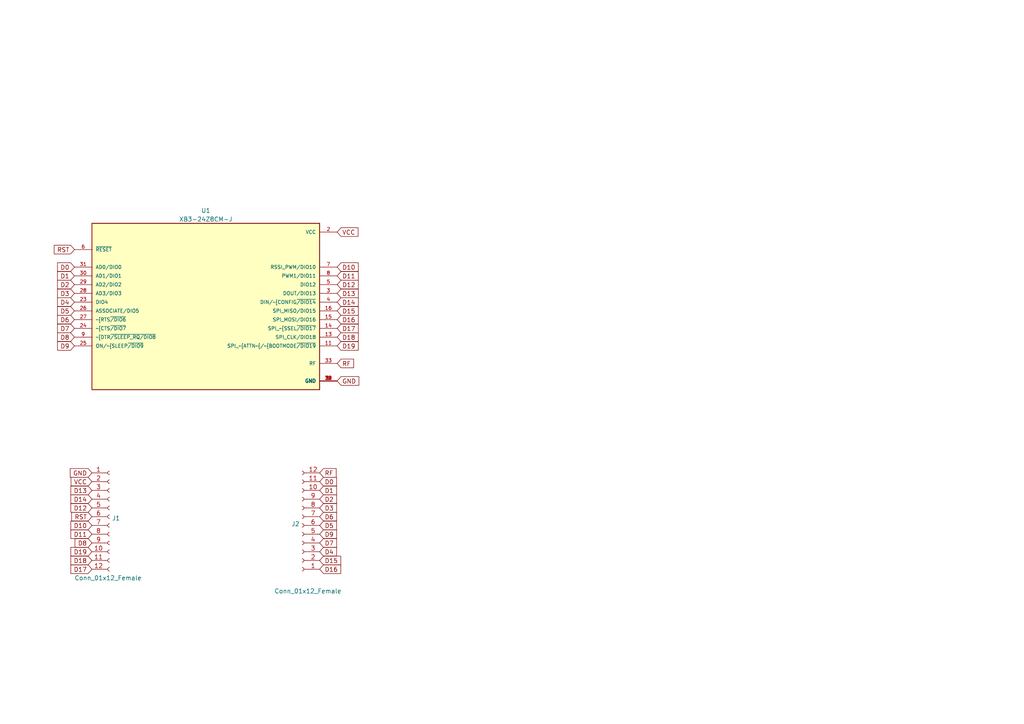
<source format=kicad_sch>
(kicad_sch (version 20211123) (generator eeschema)
  (paper "A4")
  (lib_symbols
    (symbol "Connector:Conn_01x12_Female" (pin_names (offset 1.016) hide)
      (property "Reference" "J" (at 0 15.24 0))
      (property "Value" "Conn_01x12_Female" (at 0 -17.78 0))
      (symbol "Conn_01x12_Female_1_1"
        (arc (start 0 -14.732) (mid -0.508 -15.24) (end 0 -15.748) (stroke (width 0.1524)))
        (arc (start 0 -12.192) (mid -0.508 -12.7) (end 0 -13.208) (stroke (width 0.1524)))
        (arc (start 0 -9.652) (mid -0.508 -10.16) (end 0 -10.668) (stroke (width 0.1524)))
        (arc (start 0 -7.112) (mid -0.508 -7.62) (end 0 -8.128) (stroke (width 0.1524)))
        (arc (start 0 -4.572) (mid -0.508 -5.08) (end 0 -5.588) (stroke (width 0.1524)))
        (arc (start 0 -2.032) (mid -0.508 -2.54) (end 0 -3.048) (stroke (width 0.1524)))
        (polyline (pts (xy -1.27 -15.24) (xy -0.508 -15.24)) (stroke (width 0.1524)))
        (polyline (pts (xy -1.27 -12.7) (xy -0.508 -12.7)) (stroke (width 0.1524)))
        (polyline (pts (xy -1.27 -10.16) (xy -0.508 -10.16)) (stroke (width 0.1524)))
        (polyline (pts (xy -1.27 -7.62) (xy -0.508 -7.62)) (stroke (width 0.1524)))
        (polyline (pts (xy -1.27 -5.08) (xy -0.508 -5.08)) (stroke (width 0.1524)))
        (polyline (pts (xy -1.27 -2.54) (xy -0.508 -2.54)) (stroke (width 0.1524)))
        (polyline (pts (xy -1.27 0) (xy -0.508 0)) (stroke (width 0.1524)))
        (polyline (pts (xy -1.27 2.54) (xy -0.508 2.54)) (stroke (width 0.1524)))
        (polyline (pts (xy -1.27 5.08) (xy -0.508 5.08)) (stroke (width 0.1524)))
        (polyline (pts (xy -1.27 7.62) (xy -0.508 7.62)) (stroke (width 0.1524)))
        (polyline (pts (xy -1.27 10.16) (xy -0.508 10.16)) (stroke (width 0.1524)))
        (polyline (pts (xy -1.27 12.7) (xy -0.508 12.7)) (stroke (width 0.1524)))
        (arc (start 0 0.508) (mid -0.508 0) (end 0 -0.508) (stroke (width 0.1524)))
        (arc (start 0 3.048) (mid -0.508 2.54) (end 0 2.032) (stroke (width 0.1524)))
        (arc (start 0 5.588) (mid -0.508 5.08) (end 0 4.572) (stroke (width 0.1524)))
        (arc (start 0 8.128) (mid -0.508 7.62) (end 0 7.112) (stroke (width 0.1524)))
        (arc (start 0 10.668) (mid -0.508 10.16) (end 0 9.652) (stroke (width 0.1524)))
        (arc (start 0 13.208) (mid -0.508 12.7) (end 0 12.192) (stroke (width 0.1524)))
        (pin passive line (at -5.08 12.7 0) (length 3.81) (name "Pin_1") (number "1"))
        (pin passive line (at -5.08 -10.16 0) (length 3.81) (name "Pin_10") (number "10"))
        (pin passive line (at -5.08 -12.7 0) (length 3.81) (name "Pin_11") (number "11"))
        (pin passive line (at -5.08 -15.24 0) (length 3.81) (name "Pin_12") (number "12"))
        (pin passive line (at -5.08 10.16 0) (length 3.81) (name "Pin_2") (number "2"))
        (pin passive line (at -5.08 7.62 0) (length 3.81) (name "Pin_3") (number "3"))
        (pin passive line (at -5.08 5.08 0) (length 3.81) (name "Pin_4") (number "4"))
        (pin passive line (at -5.08 2.54 0) (length 3.81) (name "Pin_5") (number "5"))
        (pin passive line (at -5.08 0 0) (length 3.81) (name "Pin_6") (number "6"))
        (pin passive line (at -5.08 -2.54 0) (length 3.81) (name "Pin_7") (number "7"))
        (pin passive line (at -5.08 -5.08 0) (length 3.81) (name "Pin_8") (number "8"))
        (pin passive line (at -5.08 -7.62 0) (length 3.81) (name "Pin_9") (number "9"))
      )
    )
    (symbol "Library:XB3-24Z8CM-J" (pin_names (offset 1.016))
      (property "Reference" "U" (at -33.02 26.035 0))
      (property "Value" "XB3-24Z8CM-J" (at -33.02 -25.4 0))
      (symbol "XB3-24Z8CM-J_0_0"
        (rectangle (start -33.02 -22.86) (end 33.02 25.4) (stroke (width 0.254)) (fill (type background)))
        (pin power_in line (at 38.1 -20.32 180) (length 5.08) (name "GND") (number "1"))
        (pin power_in line (at 38.1 -20.32 180) (length 5.08) (name "GND") (number "10"))
        (pin bidirectional line (at 38.1 -10.16 180) (length 5.08) (name "SPI_~{ATTN~{/~{BOOTMODE~{/DIO19}") (number "11"))
        (pin power_in line (at 38.1 -20.32 180) (length 5.08) (name "GND") (number "12"))
        (pin bidirectional line (at 38.1 -7.62 180) (length 5.08) (name "SPI_CLK/DIO18") (number "13"))
        (pin bidirectional line (at 38.1 -5.08 180) (length 5.08) (name "SPI_~{SSEL~{/DIO17}") (number "14"))
        (pin bidirectional line (at 38.1 -2.54 180) (length 5.08) (name "SPI_MOSI/DIO16") (number "15"))
        (pin bidirectional line (at 38.1 0 180) (length 5.08) (name "SPI_MISO/DIO15") (number "16"))
        (pin power_in line (at 38.1 22.86 180) (length 5.08) (name "VCC") (number "2"))
        (pin power_in line (at 38.1 -20.32 180) (length 5.08) (name "GND") (number "21"))
        (pin bidirectional line (at -38.1 2.54 0) (length 5.08) (name "DIO4") (number "23"))
        (pin bidirectional line (at -38.1 -5.08 0) (length 5.08) (name "~{CTS~{/DIO7}") (number "24"))
        (pin bidirectional line (at -38.1 -10.16 0) (length 5.08) (name "ON/~{SLEEP~{/DIO9}") (number "25"))
        (pin bidirectional line (at -38.1 0 0) (length 5.08) (name "ASSOCIATE/DIO5") (number "26"))
        (pin bidirectional line (at -38.1 -2.54 0) (length 5.08) (name "~{RTS~{/DIO6}") (number "27"))
        (pin bidirectional line (at -38.1 5.08 0) (length 5.08) (name "AD3/DIO3") (number "28"))
        (pin bidirectional line (at -38.1 7.62 0) (length 5.08) (name "AD2/DIO2") (number "29"))
        (pin bidirectional line (at 38.1 5.08 180) (length 5.08) (name "DOUT/DIO13") (number "3"))
        (pin bidirectional line (at -38.1 10.16 0) (length 5.08) (name "AD1/DIO1") (number "30"))
        (pin bidirectional line (at -38.1 12.7 0) (length 5.08) (name "AD0/DIO0") (number "31"))
        (pin power_in line (at 38.1 -20.32 180) (length 5.08) (name "GND") (number "32"))
        (pin bidirectional line (at 38.1 -15.24 180) (length 5.08) (name "RF") (number "33"))
        (pin power_in line (at 38.1 -20.32 180) (length 5.08) (name "GND") (number "34"))
        (pin bidirectional line (at 38.1 2.54 180) (length 5.08) (name "DIN/~{CONFIG~{/DIO14}") (number "4"))
        (pin bidirectional line (at 38.1 7.62 180) (length 5.08) (name "DIO12") (number "5"))
        (pin input line (at -38.1 17.78 0) (length 5.08) (name "~{RESET}") (number "6"))
        (pin bidirectional line (at 38.1 12.7 180) (length 5.08) (name "RSSI_PWM/DIO10") (number "7"))
        (pin bidirectional line (at 38.1 10.16 180) (length 5.08) (name "PWM1/DIO11") (number "8"))
        (pin bidirectional line (at -38.1 -7.62 0) (length 5.08) (name "~{DTR~{/SLEEP_RQ/DIO8}") (number "9"))
      )
    )
  )
  (global_label "GND" (shape input) (at 97.79 110.49 0) (property "Intersheet References" "${INTERSHEET_REFS}" (effects hide)))
  (global_label "D12" (shape input) (at 97.79 82.55 0) (property "Intersheet References" "${INTERSHEET_REFS}" (effects hide)))
  (global_label "D10" (shape input) (at 26.67 152.4 180) (property "Intersheet References" "${INTERSHEET_REFS}" (effects hide)))
  (global_label "D4" (shape input) (at 21.59 87.63 180) (property "Intersheet References" "${INTERSHEET_REFS}" (effects hide)))
  (global_label "D11" (shape input) (at 26.67 154.94 180) (property "Intersheet References" "${INTERSHEET_REFS}" (effects hide)))
  (global_label "D19" (shape input) (at 97.79 100.33 0) (property "Intersheet References" "${INTERSHEET_REFS}" (effects hide)))
  (global_label "D4" (shape input) (at 92.71 160.02 0) (property "Intersheet References" "${INTERSHEET_REFS}" (effects hide)))
  (global_label "D9" (shape input) (at 21.59 100.33 180) (property "Intersheet References" "${INTERSHEET_REFS}" (effects hide)))
  (global_label "RST" (shape input) (at 26.67 149.86 180) (property "Intersheet References" "${INTERSHEET_REFS}" (effects hide)))
  (global_label "D1" (shape input) (at 92.71 142.24 0) (property "Intersheet References" "${INTERSHEET_REFS}" (effects hide)))
  (global_label "D18" (shape input) (at 97.79 97.79 0) (property "Intersheet References" "${INTERSHEET_REFS}" (effects hide)))
  (global_label "GND" (shape input) (at 26.67 137.16 180) (property "Intersheet References" "${INTERSHEET_REFS}" (effects hide)))
  (global_label "D16" (shape input) (at 92.71 165.1 0) (property "Intersheet References" "${INTERSHEET_REFS}" (effects hide)))
  (global_label "D17" (shape input) (at 26.67 165.1 180) (property "Intersheet References" "${INTERSHEET_REFS}" (effects hide)))
  (global_label "D16" (shape input) (at 97.79 92.71 0) (property "Intersheet References" "${INTERSHEET_REFS}" (effects hide)))
  (global_label "D3" (shape input) (at 92.71 147.32 0) (property "Intersheet References" "${INTERSHEET_REFS}" (effects hide)))
  (global_label "D7" (shape input) (at 21.59 95.25 180) (property "Intersheet References" "${INTERSHEET_REFS}" (effects hide)))
  (global_label "D0" (shape input) (at 21.59 77.47 180) (property "Intersheet References" "${INTERSHEET_REFS}" (effects hide)))
  (global_label "D8" (shape input) (at 21.59 97.79 180) (property "Intersheet References" "${INTERSHEET_REFS}" (effects hide)))
  (global_label "D0" (shape input) (at 92.71 139.7 0) (property "Intersheet References" "${INTERSHEET_REFS}" (effects hide)))
  (global_label "D7" (shape input) (at 92.71 157.48 0) (property "Intersheet References" "${INTERSHEET_REFS}" (effects hide)))
  (global_label "D8" (shape input) (at 26.67 157.48 180) (property "Intersheet References" "${INTERSHEET_REFS}" (effects hide)))
  (global_label "D6" (shape input) (at 92.71 149.86 0) (property "Intersheet References" "${INTERSHEET_REFS}" (effects hide)))
  (global_label "D3" (shape input) (at 21.59 85.09 180) (property "Intersheet References" "${INTERSHEET_REFS}" (effects hide)))
  (global_label "D10" (shape input) (at 97.79 77.47 0) (property "Intersheet References" "${INTERSHEET_REFS}" (effects hide)))
  (global_label "D14" (shape input) (at 26.67 144.78 180) (property "Intersheet References" "${INTERSHEET_REFS}" (effects hide)))
  (global_label "VCC" (shape input) (at 97.79 67.31 0) (property "Intersheet References" "${INTERSHEET_REFS}" (effects hide)))
  (global_label "D13" (shape input) (at 26.67 142.24 180) (property "Intersheet References" "${INTERSHEET_REFS}" (effects hide)))
  (global_label "D2" (shape input) (at 21.59 82.55 180) (property "Intersheet References" "${INTERSHEET_REFS}" (effects hide)))
  (global_label "D12" (shape input) (at 26.67 147.32 180) (property "Intersheet References" "${INTERSHEET_REFS}" (effects hide)))
  (global_label "D6" (shape input) (at 21.59 92.71 180) (property "Intersheet References" "${INTERSHEET_REFS}" (effects hide)))
  (global_label "D15" (shape input) (at 97.79 90.17 0) (property "Intersheet References" "${INTERSHEET_REFS}" (effects hide)))
  (global_label "D18" (shape input) (at 26.67 162.56 180) (property "Intersheet References" "${INTERSHEET_REFS}" (effects hide)))
  (global_label "RF" (shape input) (at 97.79 105.41 0) (property "Intersheet References" "${INTERSHEET_REFS}" (effects hide)))
  (global_label "D17" (shape input) (at 97.79 95.25 0) (property "Intersheet References" "${INTERSHEET_REFS}" (effects hide)))
  (global_label "RF" (shape input) (at 92.71 137.16 0) (property "Intersheet References" "${INTERSHEET_REFS}" (effects hide)))
  (global_label "RST" (shape input) (at 21.59 72.39 180) (property "Intersheet References" "${INTERSHEET_REFS}" (effects hide)))
  (global_label "D14" (shape input) (at 97.79 87.63 0) (property "Intersheet References" "${INTERSHEET_REFS}" (effects hide)))
  (global_label "D19" (shape input) (at 26.67 160.02 180) (property "Intersheet References" "${INTERSHEET_REFS}" (effects hide)))
  (global_label "D11" (shape input) (at 97.79 80.01 0) (property "Intersheet References" "${INTERSHEET_REFS}" (effects hide)))
  (global_label "D15" (shape input) (at 92.71 162.56 0) (property "Intersheet References" "${INTERSHEET_REFS}" (effects hide)))
  (global_label "D13" (shape input) (at 97.79 85.09 0) (property "Intersheet References" "${INTERSHEET_REFS}" (effects hide)))
  (global_label "D2" (shape input) (at 92.71 144.78 0) (property "Intersheet References" "${INTERSHEET_REFS}" (effects hide)))
  (global_label "D5" (shape input) (at 92.71 152.4 0) (property "Intersheet References" "${INTERSHEET_REFS}" (effects hide)))
  (global_label "D5" (shape input) (at 21.59 90.17 180) (property "Intersheet References" "${INTERSHEET_REFS}" (effects hide)))
  (global_label "VCC" (shape input) (at 26.67 139.7 180) (property "Intersheet References" "${INTERSHEET_REFS}" (effects hide)))
  (global_label "D9" (shape input) (at 92.71 154.94 0) (property "Intersheet References" "${INTERSHEET_REFS}" (effects hide)))
  (global_label "D1" (shape input) (at 21.59 80.01 180) (property "Intersheet References" "${INTERSHEET_REFS}" (effects hide)))
  (symbol (lib_id "Connector:Conn_01x12_Female") (at 31.75 149.86 0) (unit 1)
    (property "Reference" "J1" (at 32.4612 150.2953 0) (effects (justify left)))
    (property "Value" "Conn_01x12_Female" (at 21.59 167.64 0) (effects (justify left)))
    (property "Footprint" "Connector_PinHeader_2.54mm:PinHeader_1x12_P2.54mm_Vertical" (effects hide))
  )
  (symbol (lib_id "Connector:Conn_01x12_Female") (at 87.63 152.4 180) (unit 1)
    (property "Reference" "J2" (at 86.9188 151.9647 0) (effects (justify left)))
    (property "Value" "Conn_01x12_Female" (at 99.06 171.45 0) (effects (justify left)))
    (property "Footprint" "Connector_PinHeader_2.54mm:PinHeader_1x12_P2.54mm_Vertical" (effects hide))
  )
  (symbol (lib_id "Library:XB3-24Z8CM-J") (at 59.69 90.17 0) (unit 1)
    (property "Reference" "U1" (at 59.69 61.0702 0))
    (property "Value" "XB3-24Z8CM-J" (at 59.69 63.6071 0))
    (property "Footprint" "Library:XB3-24Z8UM-J" (effects hide))
    (property "STANDARD" "Manufacturer Recommendations" (effects hide))
    (property "MANUFACTURER" "DIGI INTERNATIONAL" (effects hide))
    (property "PARTREV" "N/A" (effects hide))
    (property "MAXIMUM_PACKAGE_HEIGHT" "2.21mm" (effects hide))
  )
  (sheet (at 1.27 227.33) (size 298.45 264.16) (stroke (width 0.1524))
    (property "Sheet name" "node_connections" (at 1.27 226.6184 0) (effects (justify left bottom)))
    (property "Sheet file" "untitled.kicad_sch" (at 1.27 492.0746 0) (effects (justify left top)))
  )
)
</source>
